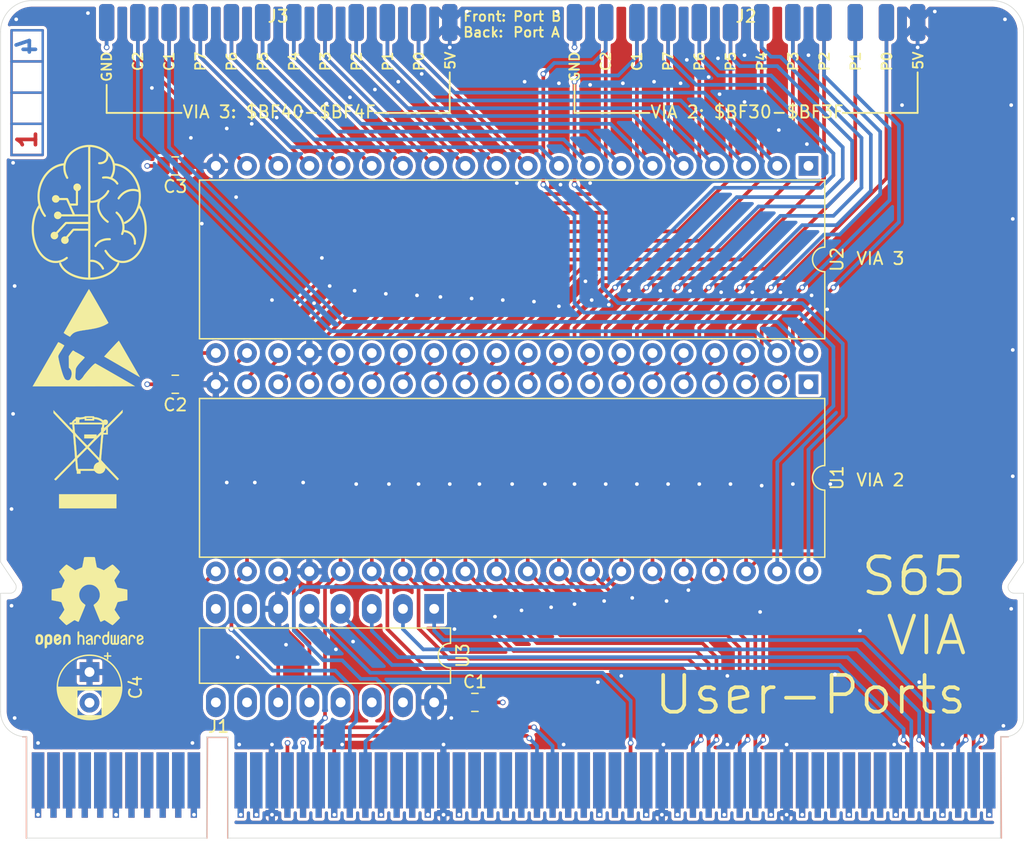
<source format=kicad_pcb>
(kicad_pcb (version 20240108) (generator "pcbnew") (generator_version "8.0")
  (layers (0 "F.Cu" signal) (1 "In1.Cu" power) (2 "In2.Cu" power) (31 "B.Cu" signal) (34 "B.Paste" user) (35 "F.Paste" user) (36 "B.SilkS" user "B.Silkscreen") (37 "F.SilkS" user "F.Silkscreen") (38 "B.Mask" user) (39 "F.Mask" user) (44 "Edge.Cuts" user))
  (net 0 "")
  (net 1 "+5V")
  (net 2 "GND")
  (net 5 "+9V")
  (net 6 "/D1")
  (net 9 "/~{IRQ_1}")
  (net 12 "/D6")
  (net 15 "/A4")
  (net 20 "/~{RES}")
  (net 27 "/D3")
  (net 30 "/D7")
  (net 32 "/A7")
  (net 33 "/A5")
  (net 34 "/D2")
  (net 36 "/A2")
  (net 37 "/~{IO}")
  (net 38 "/A3")
  (net 39 "/CLK")
  (net 46 "/A1")
  (net 53 "/D4")
  (net 57 "/~{IRQ_2}")
  (net 58 "/R{slash}~{W}")
  (net 60 "/A0")
  (net 63 "/D5")
  (net 68 "/D0")
  (net 70 "/A6")
  (net 75 "Net-(J2-Pin_10)")
  (net 76 "Net-(J2-Pin_19)")
  (net 77 "Net-(J2-Pin_18)")
  (net 78 "Net-(J2-Pin_11)")
  (net 79 "Net-(J2-Pin_5)")
  (net 80 "Net-(J2-Pin_9)")
  (net 81 "Net-(J2-Pin_3)")
  (net 82 "Net-(J2-Pin_22)")
  (net 83 "Net-(J2-Pin_4)")
  (net 84 "Net-(J2-Pin_13)")
  (net 85 "Net-(J2-Pin_7)")
  (net 86 "Net-(J2-Pin_21)")
  (net 87 "Net-(J2-Pin_16)")
  (net 88 "Net-(J2-Pin_20)")
  (net 89 "Net-(J2-Pin_15)")
  (net 90 "Net-(J2-Pin_12)")
  (net 91 "Net-(J2-Pin_8)")
  (net 92 "Net-(J2-Pin_17)")
  (net 93 "Net-(J2-Pin_14)")
  (net 94 "Net-(J2-Pin_6)")
  (net 95 "Net-(J3-Pin_19)")
  (net 96 "Net-(J3-Pin_18)")
  (net 97 "Net-(J3-Pin_16)")
  (net 98 "Net-(J3-Pin_13)")
  (net 99 "Net-(J3-Pin_15)")
  (net 100 "Net-(J3-Pin_21)")
  (net 101 "Net-(J3-Pin_14)")
  (net 102 "Net-(J3-Pin_12)")
  (net 103 "Net-(J3-Pin_3)")
  (net 104 "Net-(J3-Pin_17)")
  (net 105 "Net-(J3-Pin_8)")
  (net 106 "Net-(J3-Pin_22)")
  (net 107 "Net-(J3-Pin_6)")
  (net 108 "Net-(J3-Pin_11)")
  (net 109 "Net-(J3-Pin_9)")
  (net 110 "Net-(J3-Pin_7)")
  (net 111 "Net-(J3-Pin_10)")
  (net 112 "Net-(J3-Pin_20)")
  (net 113 "Net-(J3-Pin_5)")
  (net 114 "Net-(J3-Pin_4)")
  (net 115 "/PORT_48")
  (net 116 "/PORT_64")
  (footprint "Capacitor_SMD:C_0805_2012Metric" (layer "F.Cu") (at 116.84 102.87 180)
    (property "Reference" "C2")
    (property "Value" "100n")
  )
  (footprint "Capacitor_SMD:C_0805_2012Metric" (layer "F.Cu") (at 141.239 128.778)
    (property "Reference" "C1")
    (property "Value" "100n")
  )
  (footprint "Package_DIP:DIP-40_W15.24mm" (layer "F.Cu") (at 168.402 85.085 -90)
    (property "Reference" "U2")
    (property "Value" "W65C22SxP")
  )
  (footprint "Symbol:ESD-Logo_8.9x8mm_SilkScreen" (layer "F.Cu") (at 109.601 99.06)
    (property "Reference" "REF**" (hide yes))
    (property "Value" "ESD-Logo_8.9x8mm_SilkScreen" (hide yes))
  )
  (footprint "Symbol:OSHW-Logo2_9.8x8mm_SilkScreen" (layer "F.Cu") (at 109.855 120.65)
    (property "Reference" "REF**" (hide yes))
    (property "Value" "OSHW-Logo2_9.8x8mm_SilkScreen" (hide yes))
  )
  (footprint "Eigene:logo" (layer "F.Cu") (at 109.855 88.9)
    (property "Reference" "G***" (hide yes))
    (property "Value" "LOGO" (hide yes))
  )
  (footprint "Symbol:WEEE-Logo_5.6x8mm_SilkScreen" (layer "F.Cu") (at 109.728 108.966)
    (property "Reference" "REF**" (hide yes))
    (property "Value" "WEEE-Logo_5.6x8mm_SilkScreen" (hide yes))
  )
  (footprint "Capacitor_SMD:C_0805_2012Metric" (layer "F.Cu") (at 116.84 85.09 180)
    (property "Reference" "C3")
    (property "Value" "100n")
  )
  (footprint "Eigene:ladder_4" (layer "F.Cu") (at 104.775 79.121 90)
    (property "Reference" "Ref**" (hide yes))
    (property "Value" "Val**" (hide yes))
  )
  (footprint "Package_DIP:DIP-16_W7.62mm_LongPads" (layer "F.Cu") (at 137.922 121.158 -90)
    (property "Reference" "U3")
    (property "Value" "74HC138")
  )
  (footprint "Capacitor_THT:CP_Radial_D5.0mm_P2.50mm" (layer "F.Cu") (at 109.855 126.302888 -90)
    (property "Reference" "C4")
    (property "Value" "10µ")
  )
  (footprint "Eigene:Pin_Header_2x12" (layer "F.Cu") (at 163.322 73.406)
    (property "Reference" "J2")
    (property "Value" "Port 1")
  )
  (footprint "Package_DIP:DIP-40_W15.24mm" (layer "F.Cu") (at 168.402 102.87 -90)
    (property "Reference" "U1")
    (property "Value" "W65C22SxP")
  )
  (footprint "Eigene:Pin_Header_2x12" (layer "F.Cu") (at 125.222 73.406)
    (property "Reference" "J3")
    (property "Value" "Port 2")
  )
  (footprint "Connector_PCBEdge:BUS_PCI" (layer "B.Cu") (at 144.394 136.458 180)
    (property "Reference" "J1")
    (property "Value" "Bus_PCI_6502")
  )
  (gr_line (start 139.192 80.772) (end 133.096 80.772) (stroke (width 0.15)) (layer "F.SilkS"))
  (gr_line (start 177.292 80.772) (end 171.196 80.772) (stroke (width 0.15)) (layer "F.SilkS"))
  (gr_line (start 149.352 78.486) (end 149.352 80.772) (stroke (width 0.15)) (layer "F.SilkS"))
  (gr_line (start 177.292 77.47) (end 177.292 80.772) (stroke (width 0.15)) (layer "F.SilkS"))
  (gr_line (start 149.352 80.772) (end 155.448 80.772) (stroke (width 0.15)) (layer "F.SilkS"))
  (gr_line (start 111.252 78.486) (end 111.252 80.772) (stroke (width 0.15)) (layer "F.SilkS"))
  (gr_line (start 139.192 77.47) (end 139.192 80.772) (stroke (width 0.15)) (layer "F.SilkS"))
  (gr_line (start 111.252 80.772) (end 117.348 80.772) (stroke (width 0.15)) (layer "F.SilkS"))
  (gr_line (start 121.158 139.827) (end 184.023 139.827) (stroke (width 0.05)) (layer "Edge.Cuts"))
  (gr_line (start 102.616 117.348) (end 102.616 74.168) (stroke (width 0.05)) (layer "Edge.Cuts"))
  (gr_line (start 104.648 131.572) (end 104.775 131.572) (stroke (width 0.05)) (layer "Edge.Cuts"))
  (gr_line (start 185.928 119.888) (end 185.166 119.888) (stroke (width 0.05)) (layer "Edge.Cuts"))
  (gr_line (start 103.378 119.888) (end 102.616 119.888) (stroke (width 0.05)) (layer "Edge.Cuts"))
  (gr_line (start 102.616 117.348) (end 103.832369 119.152815) (stroke (width 0.05)) (layer "Edge.Cuts"))
  (gr_line (start 104.775 131.572) (end 104.775 139.827) (stroke (width 0.05)) (layer "Edge.Cuts"))
  (gr_line (start 185.928 119.888) (end 185.928 130.048) (stroke (width 0.05)) (layer "Edge.Cuts"))
  (gr_line (start 184.023 131.572) (end 184.404 131.572) (stroke (width 0.05)) (layer "Edge.Cuts"))
  (gr_line (start 105.156 71.628) (end 183.388 71.628) (stroke (width 0.05)) (layer "Edge.Cuts"))
  (gr_line (start 119.38 131.572) (end 121.158 131.572) (stroke (width 0.05)) (layer "Edge.Cuts"))
  (gr_arc (start 185.166 119.888) (mid 184.733869 119.647071) (end 184.711631 119.152815) (stroke (width 0.05)) (layer "Edge.Cuts"))
  (gr_line (start 184.023 139.827) (end 184.023 131.572) (stroke (width 0.05)) (layer "Edge.Cuts"))
  (gr_arc (start 103.832369 119.152815) (mid 103.810131 119.647071) (end 103.378 119.888) (stroke (width 0.05)) (layer "Edge.Cuts"))
  (gr_line (start 119.38 139.827) (end 119.38 131.572) (stroke (width 0.05)) (layer "Edge.Cuts"))
  (gr_line (start 102.616 129.54) (end 102.616 119.888) (stroke (width 0.05)) (layer "Edge.Cuts"))
  (gr_line (start 184.711631 119.152815) (end 185.928 117.348) (stroke (width 0.05)) (layer "Edge.Cuts"))
  (gr_arc (start 102.616 74.168) (mid 103.359949 72.371949) (end 105.156 71.628) (stroke (width 0.05)) (layer "Edge.Cuts"))
  (gr_line (start 121.158 131.572) (end 121.158 139.827) (stroke (width 0.05)) (layer "Edge.Cuts"))
  (gr_line (start 104.775 139.827) (end 119.38 139.827) (stroke (width 0.05)) (layer "Edge.Cuts"))
  (gr_arc (start 185.928 130.048) (mid 185.481631 131.125631) (end 184.404 131.572) (stroke (width 0.05)) (layer "Edge.Cuts"))
  (gr_arc (start 183.388 71.628) (mid 185.184051 72.371949) (end 185.928 74.168) (stroke (width 0.05)) (layer "Edge.Cuts"))
  (gr_arc (start 104.648 131.572) (mid 103.211159 130.976841) (end 102.616 129.54) (stroke (width 0.05)) (layer "Edge.Cuts"))
  (gr_line (start 185.928 117.348) (end 185.928 74.168) (stroke (width 0.05)) (layer "Edge.Cuts"))
  (gr_text "VIA 3" (at 172.212 93.218 0) (layer "F.SilkS") (effects (font (size 1 1)) (justify left bottom)))
  (gr_text "Port B\nPort A" (at 144.272 74.676 0) (layer "F.SilkS") (effects (font (size 0.8 0.8) (thickness 0.15) (bold yes)) (justify left bottom)))
  (gr_text "Front:\nBack:" (at 140.208 74.676 0) (layer "F.SilkS") (effects (font (size 0.8 0.8) (thickness 0.15) (bold yes)) (justify left bottom)))
  (gr_text "VIA 2" (at 172.212 111.252 0) (layer "F.SilkS") (effects (font (size 1 1)) (justify left bottom)))
  (gr_text "S65\nVIA\nUser-Ports" (at 181.483 129.921 0) (layer "F.SilkS") (effects (font (size 3 3) (thickness 0.3)) (justify right bottom)))
  (gr_text "VIA 3: $BF40-$BF4F" (at 117.348 81.28 0) (layer "F.SilkS") (effects (font (size 1 1)) (justify left bottom)))
  (gr_text "GND\n\nC2\n\nC1\n\nP7\n\nP6\n\nP5\n\nP4\n\nP3\n\nP2\n\nP1\n\nP0\n\n5V" (at 139.7 75.692 90) (layer "F.SilkS") (effects (font (size 0.79 0.8) (thickness 0.15) (bold yes)) (justify right bottom)))
  (gr_text "VIA 2: $BF30-$BF3F" (at 155.448 81.28 0) (layer "F.SilkS") (effects (font (size 1 1)) (justify left bottom)))
  (gr_text "GND\n\nC2\n\nC1\n\nP7\n\nP6\n\nP5\n\nP4\n\nP3\n\nP2\n\nP1\n\nP0\n\n5V" (at 177.8 75.692 90) (layer "F.SilkS") (effects (font (size 0.79 0.8) (thickness 0.15) (bold yes)) (justify right bottom)))
  (segment (start 140.289 128.778) (end 137.922 128.778) (width 0.3) (layer "F.Cu") (net 1))
  (segment (start 117.79 102.87) (end 120.142 102.87) (width 0.3) (layer "F.Cu") (net 1))
  (segment (start 139.192 73.406) (end 139.192 75.438) (width 0.3) (layer "F.Cu") (net 1))
  (segment (start 117.79 85.09) (end 120.137 85.09) (width 0.3) (layer "F.Cu") (net 1))
  (segment (start 177.292 73.406) (end 177.292 75.438) (width 0.3) (layer "F.Cu") (net 1))
  (segment (start 120.137 85.09) (end 120.142 85.085) (width 0.3) (layer "F.Cu") (net 1))
  (via (at 177.419 127.127) (size 0.46) (drill 0.3) (layers "F.Cu" "B.Cu") (net 1))
  (via (at 140.589 72.517) (size 0.46) (drill 0.3) (layers "F.Cu" "B.Cu") (net 1))
  (via (at 134.239 110.998) (size 0.46) (drill 0.3) (layers "F.Cu" "B.Cu") (net 1))
  (via (at 152.146 96.393) (size 0.46) (drill 0.3) (layers "F.Cu" "B.Cu") (net 1))
  (via (at 163.83 95.377) (size 0.46) (drill 0.3) (layers "F.Cu" "B.Cu") (net 1))
  (via (at 179.324 132.207) (size 0.46) (drill 0.3) (layers "F.Cu" "B.Cu") (net 1))
  (via (at 167.132 110.998) (size 0.46) (drill 0.3) (layers "F.Cu" "B.Cu") (net 1))
  (via (at 143.51 96.012) (size 0.46) (drill 0.3) (layers "F.Cu" "B.Cu") (net 1))
  (via (at 156.845 120.523) (size 0.46) (drill 0.3) (layers "F.Cu" "B.Cu") (net 1))
  (via (at 161.798 132.207) (size 0.46) (drill 0.3) (layers "F.Cu" "B.Cu") (net 1))
  (via (at 133.096 78.867) (size 0.46) (drill 0.3) (layers "F.Cu" "B.Cu") (net 1))
  (via (at 166.116 95.377) (size 0.46) (drill 0.3) (layers "F.Cu" "B.Cu") (net 1))
  (via (at 122.047 132.207) (size 0.46) (drill 0.3) (layers "F.Cu" "B.Cu") (net 1))
  (via (at 124.714 96.012) (size 0.46) (drill 0.3) (layers "F.Cu" "B.Cu") (net 1))
  (via (at 161.29 95.377) (size 0.46) (drill 0.3) (layers "F.Cu" "B.Cu") (net 1))
  (via (at 121.793 87.63) (size 0.46) (drill 0.3) (layers "F.Cu" "B.Cu") (net 1))
  (via (at 125.857 124.079) (size 0.46) (drill 0.3) (layers "F.Cu" "B.Cu") (net 1))
  (via (at 129.159 80.01) (size 0.46) (drill 0.3) (layers "F.Cu" "B.Cu") (net 1))
  (via (at 168.275 83.312) (size 0.46) (drill 0.3) (layers "F.Cu" "B.Cu") (net 1))
  (via (at 148.209 86.614) (size 0.46) (drill 0.3) (layers "F.Cu" "B.Cu") (net 1))
  (via (at 168.402 76.073) (size 0.46) (drill 0.3) (layers "F.Cu" "B.Cu") (net 1))
  (via (at 130.429 132.207) (size 0.46) (drill 0.3) (layers "F.Cu" "B.Cu") (net 1))
  (via (at 185.039 110.363) (size 0.46) (drill 0.3) (layers "F.Cu" "B.Cu") (net 1))
  (via (at 158.623 119.634) (size 0.46) (drill 0.3) (layers "F.Cu" "B.Cu") (net 1))
  (via (at 149.352 120.777) (size 0.46) (drill 0.3) (layers "F.Cu" "B.Cu") (net 1))
  (via (at 118.237 132.08) (size 0.46) (drill 0.3) (layers "F.Cu" "B.Cu") (net 1))
  (via (at 148.082 78.359) (size 0.46) (drill 0.3) (layers "F.Cu" "B.Cu") (net 1))
  (via (at 170.561 126.492) (size 0.46) (drill 0.3) (layers "F.Cu" "B.Cu") (net 1))
  (via (at 146.05 96.139) (size 0.46) (drill 0.3) (layers "F.Cu" "B.Cu") (net 1))
  (via (at 140.97 95.885) (size 0.46) (drill 0.3) (layers "F.Cu" "B.Cu") (net 1))
  (via (at 175.387 132.207) (size 0.46) (drill 0.3) (layers "F.Cu" "B.Cu") (net 1))
  (via (at 105.664 132.08) (size 0.46) (drill 0.3) (layers "F.Cu" "B.Cu") (net 1))
  (via (at 150.622 78.486) (size 0.46) (drill 0.3) (layers "F.Cu" "B.Cu") (net 1))
  (via (at 148.463 132.207) (size 0.46) (drill 0.3) (layers "F.Cu" "B.Cu") (net 1))
  (via (at 136.652 110.998) (size 0.46) (drill 0.3) (layers "F.Cu" "B.Cu") (net 1))
  (via (at 161.036 76.327) (size 0.46) (drill 0.3) (layers "F.Cu" "B.Cu") (net 1))
  (via (at 139.192 75.438) (size 0.46) (drill 0.3) (layers "F.Cu" "B.Cu") (net 1))
  (via (at 161.163 79.248) (size 0.46) (drill 0.3) (layers "F.Cu" "B.Cu") (net 1))
  (via (at 170.18 110.998) (size 0.46) (drill 0.3) (layers "F.Cu" "B.Cu") (net 1))
  (via (at 136.906 77.597) (size 0.46) (drill 0.3) (layers "F.Cu" "B.Cu") (net 1))
  (via (at 123.317 110.871) (size 0.46) (drill 0.3) (layers "F.Cu" "B.Cu") (net 1))
  (via (at 157.988 78.359) (size 0.46) (drill 0.3) (layers "F.Cu" "B.Cu") (net 1))
  (via (at 154.432 110.998) (size 0.46) (drill 0.3) (layers "F.Cu" "B.Cu") (net 1))
  (via (at 103.632 84.836) (size 0.46) (drill 0.3) (layers "F.Cu" "B.Cu") (net 1))
  (via (at 159.512 110.998) (size 0.46) (drill 0.3) (layers "F.Cu" "B.Cu") (net 1))
  (via (at 158.496 76.454) (size 0.46) (drill 0.3) (layers "F.Cu" "B.Cu") (net 1))
  (via (at 150.241 94.488) (size 0.46) (drill 0.3) (layers "F.Cu" "B.Cu") (net 1))
  (via (at 131.318 123.825) (size 0.46) (drill 0.3) (layers "F.Cu" "B.Cu") (net 1))
  (via (at 147.447 121.031) (size 0.46) (drill 0.3) (layers "F.Cu" "B.Cu") (net 1))
  (via (at 156.591 132.207) (size 0.46) (drill 0.3) (layers "F.Cu" "B.Cu") (net 1))
  (via (at 118.999 89.789) (size 0.46) (drill 0.3) (layers "F.Cu" "B.Cu") (net 1))
  (via (at 163.195 76.073) (size 0.46) (drill 0.3) (layers "F.Cu" "B.Cu") (net 1))
  (via (at 123.063 81.661) (size 0.46) (drill 0.3) (layers "F.Cu" "B.Cu") (net 1))
  (via (at 109.728 72.644) (size 0.46) (drill 0.3) (layers "F.Cu" "B.Cu") (net 1))
  (via (at 169.926 96.774) (size 0.46) (drill 0.3) (layers "F.Cu" "B.Cu") (net 1))
  (via (at 131.445 95.25) (size 0.46) (drill 0.3) (layers "F.Cu" "B.Cu") (net 1))
  (via (at 127.254 110.871) (size 0.46) (drill 0.3) (layers "F.Cu" "B.Cu") (net 1))
  (via (at 131.064 79.502) (size 0.46) (drill 0.3) (layers "F.Cu" "B.Cu") (net 1))
  (via (at 131.572 110.998) (size 0.46) (drill 0.3) (layers "F.Cu" "B.Cu") (net 1))
  (via (at 129.413 94.869) (size 0.46) (drill 0.3) (layers "F.Cu" "B.Cu") (net 1))
  (via (at 158.75 95.25) (size 0.46) (drill 0.3) (layers "F.Cu" "B.Cu") (net 1))
  (via (at 103.759 130.048) (size 0.46) (drill 0.3) (layers "F.Cu" "B.Cu") (net 1))
  (via (at 128.778 92.583) (size 0.46) (drill 0.3) (layers "F.Cu" "B.Cu") (net 1))
  (via (at 164.465 121.412) (size 0.46) (drill 0.3) (layers "F.Cu" "B.Cu") (net 1))
  (via (at 151.257 127.127) (size 0.46) (drill 0.3) (layers "F.Cu" "B.Cu") (net 1))
  (via (at 146.939 110.998) (size 0.46) (drill 0.3) (layers "F.Cu" "B.Cu") (net 1))
  (via (at 103.505 120.904) (size 0.46) (drill 0.3) (layers "F.Cu" "B.Cu") (net 1))
  (via (at 145.288 78.232) (size 0.46) (drill 0.3) (layers "F.Cu" "B.Cu") (net 1))
  (via (at 136.525 95.631) (size 0.46) (drill 0.3) (layers "F.Cu" "B.Cu") (net 1))
  (via (at 184.277 130.683) (size 0.46) (drill 0.3) (layers "F.Cu" "B.Cu") (net 1))
  (via (at 142.875 121.793) (size 0.46) (drill 0.3) (layers "F.Cu" "B.Cu") (net 1))
  (via (at 185.039 89.408) (size 0.46) (drill 0.3) (layers "F.Cu" "B.Cu") (net 1))
  (via (at 156.337 95.25) (size 0.46) (drill 0.3) (layers "F.Cu" "B.Cu") (net 1))
  (via (at 164.592 111.125) (size 0.46) (drill 0.3) (layers "F.Cu" "B.Cu") (net 1))
  (via (at 129.921 124.46) (size 0.46) (drill 0.3) (layers "F.Cu" "B.Cu") (net 1))
  (via (at 155.829 78.232) (size 0.46) (drill 0.3) (layers "F.Cu" "B.Cu") (net 1))
  (via (at 148.082 96.52) (size 0.46) (drill 0.3) (layers "F.Cu" "B.Cu") (net 1))
  (via (at 125.095 81.153) (size 0.46) (drill 0.3) (layers "F.Cu" "B.Cu") (net 1))
  (via (at 163.195 79.883) (size 0.46) (drill 0.3) (layers "F.Cu" "B.Cu") (net 1))
  (via (at 103.759 94.869) (size 0.46) (drill 0.3) (layers "F.Cu" "B.Cu") (net 1))
  (via (at 184.404 73.152) (size 0.46) (drill 0.3) (layers "F.Cu" "B.Cu") (net 1))
  (via (at 138.684 137.922) (size 0.46) (drill 0.3) (layers "F.Cu" "B.Cu") (net 1))
  (via (at 139.192 110.998) (size 0.46) (drill 0.3) (layers "F.Cu" "B.Cu") (net 1))
  (via (at 153.162 126.619) (size 0.46) (drill 0.3) (layers "F.Cu" "B.Cu") (net 1))
  (via (at 127.127 80.645) (size 0.46) (drill 0.3) (layers "F.Cu" "B.Cu") (net 1))
  (via (at 124.714 137.922) (size 0.46) (drill 0.3) (layers "F.Cu" "B.Cu") (net 1))
  (via (at 184.912 121.158) (size 0.46) (drill 0.3) (layers "F.Cu" "B.Cu") (net 1))
  (via (at 121.031 82.042) (size 0.46) (drill 0.3) (layers "F.Cu" "B.Cu") (net 1))
  (via (at 153.797 95.25) (size 0.46) (drill 0.3) (layers "F.Cu" "B.Cu") (net 1))
  (via (at 161.798 126.619) (size 0.46) (drill 0.3) (layers "F.Cu" "B.Cu") (net 1))
  (via (at 118.11 82.804) (size 0.46) (drill 0.3) (layers "F.Cu" "B.Cu") (net 1))
  (via (at 103.505 113.03) (size 0.46) (drill 0.3) (layers "F.Cu" "B.Cu") (net 1))
  (via (at 177.292 75.438) (size 0.46) (drill 0.3) (layers "F.Cu" "B.Cu") (net 1))
  (via (at 128.143 96.266) (size 0.46) (drill 0.3) (layers "F.Cu" "B.Cu") (net 1))
  (via (at 184.912 80.137) (size 0.46) (drill 0.3) (layers "F.Cu" "B.Cu") (net 1))
  (via (at 135.001 78.232) (size 0.46) (drill 0.3) (layers "F.Cu" "B.Cu") (net 1))
  (via (at 114.935 78.74) (size 0.46) (drill 0.3) (layers "F.Cu" "B.Cu") (net 1))
  (via (at 185.039 100.076) (size 0.46) (drill 0.3) (layers "F.Cu" "B.Cu") (net 1))
  (via (at 151.892 110.998) (size 0.46) (drill 0.3) (layers "F.Cu" "B.Cu") (net 1))
  (via (at 139.319 130.048) (size 0.46) (drill 0.3) (layers "F.Cu" "B.Cu") (net 1))
  (via (at 138.43 95.758) (size 0.46) (drill 0.3) (layers "F.Cu" "B.Cu") (net 1))
  (via (at 151.765 120.523) (size 0.46) (drill 0.3) (layers "F.Cu" "B.Cu") (net 1))
  (via (at 144.272 110.998) (size 0.46) (drill 0.3) (layers "F.Cu" "B.Cu") (net 1))
  (via (at 166.624 137.922) (size 0.46) (drill 0.3) (layers "F.Cu" "B.Cu") (net 1))
  (via (at 154.051 120.269) (size 0.46) (drill 0.3) (layers "F.Cu" "B.Cu") (net 1))
  (via (at 172.593 122.936) (size 0.46) (drill 0.3) (layers "F.Cu" "B.Cu") (net 1))
  (via (at 103.632 105.283) (size 0.46) (drill 0.3) (layers "F.Cu" "B.Cu") (net 1))
  (via (at 160.274 77.851) (size 0.46) (drill 0.3) (layers "F.Cu" "B.Cu") (net 1))
  (via (at 149.352 110.998) (size 0.46) (drill 0.3) (layers "F.Cu" "B.Cu") (net 1))
  (via (at 176.022 80.137) (size 0.46) (drill 0.3) (layers "F.Cu" "B.Cu") (net 1))
  (via (at 138.684 132.207) (size 0.46) (drill 0.3) (layers "F.Cu" "B.Cu") (net 1))
  (via (at 156.464 137.922) (size 0.46) (drill 0.3) (layers "F.Cu" "B.Cu") (net 1))
  (via (at 156.972 110.998) (size 0.46) (drill 0.3) (layers "F.Cu" "B.Cu") (net 1))
  (via (at 121.92 125.095) (size 0.46) (drill 0.3) (layers "F.Cu" "B.Cu") (net 1))
  (via (at 144.653 86.487) (size 0.46) (drill 0.3) (layers "F.Cu" "B.Cu") (net 1))
  (via (at 162.052 110.998) (size 0.46) (drill 0.3) (layers "F.Cu" "B.Cu") (net 1))
  (via (at 168.656 95.631) (size 0.46) (drill 0.3) (layers "F.Cu" "B.Cu") (net 1))
  (via (at 147.955 72.517) (size 0.46) (drill 0.3) (layers "F.Cu" "B.Cu") (net 1))
  (via (at 145.034 121.285) (size 0.46) (drill 0.3) (layers "F.Cu" "B.Cu") (net 1))
  (via (at 150.622 86.487) (size 0.46) (drill 0.3) (layers "F.Cu" "B.Cu") (net 1))
  (via (at 165.989 82.169) (size 0.46) (drill 0.3) (layers "F.Cu" "B.Cu") (net 1))
  (via (at 133.985 95.504) (size 0.46) (drill 0.3) (layers "F.Cu" "B.Cu") (net 1))
  (via (at 124.714 132.207) (size 0.46) (drill 0.3) (layers "F.Cu" "B.Cu") (net 1))
  (via (at 139.573 122.809) (size 0.46) (drill 0.3) (layers "F.Cu" "B.Cu") (net 1))
  (via (at 103.886 73.152) (size 0.46) (drill 0.3) (layers "F.Cu" "B.Cu") (net 1))
  (via (at 178.689 72.517) (size 0.46) (drill 0.3) (layers "F.Cu" "B.Cu") (net 1))
  (via (at 150.749 96.012) (size 0.46) (drill 0.3) (layers "F.Cu" "B.Cu") (net 1))
  (via (at 141.605 110.998) (size 0.46) (drill 0.3) (layers "F.Cu" "B.Cu") (net 1))
  (via (at 166.624 132.207) (size 0.46) (drill 0.3) (layers "F.Cu" "B.Cu") (net 1))
  (via (at 121.031 110.871) (size 0.46) (drill 0.3) (layers "F.Cu" "B.Cu") (net 1))
  (via (at 153.289 78.359) (size 0.46) (drill 0.3) (layers "F.Cu" "B.Cu") (net 1))
  (segment (start 139.192 75.438) (end 139.192 73.406) (width 0.3) (layer "B.Cu") (net 1))
  (segment (start 177.292 75.438) (end 177.292 73.406) (width 0.3) (layer "B.Cu") (net 1))
  (segment (start 115.89 102.87) (end 114.554 102.87) (width 0.3) (layer "F.Cu") (net 2))
  (segment (start 128.514 132.344) (end 128.778 132.08) (width 0.3) (layer "F.Cu") (net 2))
  (segment (start 129.54 132.08) (end 129.784 132.324) (width 0.3) (layer "F.Cu") (net 2))
  (segment (start 115.89 85.09) (end 114.554 85.09) (width 0.3) (layer "F.Cu") (net 2))
  (segment (start 142.189 128.778) (end 143.51 128.778) (width 0.3) (layer "F.Cu") (net 2))
  (segment (start 128.778 132.08) (end 129.54 132.08) (width 0.3) (layer "F.Cu") (net 2))
  (segment (start 125.974 135.128) (end 125.974 132.09) (width 0.3) (layer "F.Cu") (net 2))
  (segment (start 128.514 135.128) (end 128.514 132.344) (width 0.3) (layer "F.Cu") (net 2))
  (segment (start 111.252 73.406) (end 111.252 75.438) (width 0.3) (layer "F.Cu") (net 2))
  (segment (start 125.974 132.09) (end 125.984 132.08) (width 0.3) (layer "F.Cu") (net 2))
  (segment (start 129.784 132.324) (end 129.784 135.128) (width 0.3) (layer "F.Cu") (net 2))
  (segment (start 149.352 73.406) (end 149.352 75.438) (width 0.3) (layer "F.Cu") (net 2))
  (via (at 167.894 137.922) (size 0.46) (drill 0.3) (layers "F.Cu" "B.Cu") (net 2))
  (via (at 179.324 137.922) (size 0.46) (drill 0.3) (layers "F.Cu" "B.Cu") (net 2))
  (via (at 157.734 137.922) (size 0.46) (drill 0.3) (layers "F.Cu" "B.Cu") (net 2))
  (via (at 114.554 85.09) (size 0.46) (drill 0.3) (layers "F.Cu" "B.Cu") (net 2))
  (via (at 139.954 137.922) (size 0.46) (drill 0.3) (layers "F.Cu" "B.Cu") (net 2))
  (via (at 112.014 137.922) (size 0.46) (drill 0.3) (layers "F.Cu" "B.Cu") (net 2))
  (via (at 118.364 137.922) (size 0.46) (drill 0.3) (layers "F.Cu" "B.Cu") (net 2))
  (via (at 125.984 132.08) (size 0.46) (drill 0.3) (layers "F.Cu" "B.Cu") (net 2))
  (via (at 143.51 128.778) (size 0.46) (drill 0.3) (layers "F.Cu" "B.Cu") (net 2))
  (via (at 155.194 137.922) (size 0.46) (drill 0.3) (layers "F.Cu" "B.Cu") (net 2))
  (via (at 175.514 137.922) (size 0.46) (drill 0.3) (layers "F.Cu" "B.Cu") (net 2))
  (via (at 114.554 102.87) (size 0.46) (drill 0.3) (layers "F.Cu" "B.Cu") (net 2))
  (via (at 123.444 137.922) (size 0.46) (drill 0.3) (layers "F.Cu" "B.Cu") (net 2))
  (via (at 105.664 137.922) (size 0.46) (drill 0.3) (layers "F.Cu" "B.Cu") (net 2))
  (via (at 137.414 137.922) (size 0.46) (drill 0.3) (layers "F.Cu" "B.Cu") (net 2))
  (via (at 127.254 132.08) (size 0.46) (drill 0.3) (layers "F.Cu" "B.Cu") (net 2))
  (via (at 165.354 137.922) (size 0.46) (drill 0.3) (layers "F.Cu" "B.Cu") (net 2))
  (via (at 133.604 137.922) (size 0.46) (drill 0.3) (layers "F.Cu" "B.Cu") (net 2))
  (via (at 171.704 137.922) (size 0.46) (drill 0.3) (layers "F.Cu" "B.Cu") (net 2))
  (via (at 161.544 137.922) (size 0.46) (drill 0.3) (layers "F.Cu" "B.Cu") (net 2))
  (via (at 183.134 137.922) (size 0.46) (drill 0.3) (layers "F.Cu" "B.Cu") (net 2))
  (via (at 129.794 137.922) (size 0.46) (drill 0.3) (layers "F.Cu" "B.Cu") (net 2))
  (via (at 111.252 75.438) (size 0.46) (drill 0.3) (layers "F.Cu" "B.Cu") (net 2))
  (via (at 151.384 137.922) (size 0.46) (drill 0.3) (layers "F.Cu" "B.Cu") (net 2))
  (via (at 149.352 75.438) (size 0.46) (drill 0.3) (layers "F.Cu" "B.Cu") (net 2))
  (segment (start 149.352 75.438) (end 149.352 73.406) (width 0.3) (layer "B.Cu") (net 2))
  (segment (start 127.244 135.128) (end 127.244 132.09) (width 0.3) (layer "B.Cu") (net 2))
  (segment (start 111.252 75.438) (end 111.252 73.406) (width 0.3) (layer "B.Cu") (net 2))
  (segment (start 127.244 132.09) (end 127.254 132.08) (width 0.3) (layer "B.Cu") (net 2))
  (via (at 122.174 137.922) (size 0.46) (drill 0.3) (layers "F.Cu" "B.Cu") (net 5))
  (segment (start 162.814 122.047) (end 152.019 122.047) (width 0.3) (layer "F.Cu") (net 6))
  (segment (start 164.074 123.307) (end 162.814 122.047) (width 0.3) (layer "F.Cu") (net 6))
  (segment (start 164.074 135.128) (end 164.074 123.307) (width 0.3) (layer "F.Cu") (net 6))
  (segment (start 152.019 122.047) (end 148.082 118.11) (width 0.3) (layer "F.Cu") (net 6))
  (segment (start 146.812 102.108) (end 148.082 100.838) (width 0.3) (layer "F.Cu") (net 6))
  (segment (start 148.082 100.838) (end 148.082 100.325) (width 0.3) (layer "F.Cu") (net 6))
  (segment (start 148.082 118.11) (end 148.082 105.156) (width 0.3) (layer "F.Cu") (net 6))
  (segment (start 148.082 105.156) (end 146.812 103.886) (width 0.3) (layer "F.Cu") (net 6))
  (segment (start 146.812 103.886) (end 146.812 102.108) (width 0.3) (layer "F.Cu") (net 6))
  (segment (start 120.142 118.11) (end 118.11 120.142) (width 0.3) (layer "F.Cu") (net 9))
  (segment (start 124.714 130.81) (end 129.032 130.81) (width 0.3) (layer "F.Cu") (net 9))
  (segment (start 123.952 130.048) (end 124.206 130.302) (width 0.3) (layer "F.Cu") (net 9))
  (segment (start 118.11 122.809) (end 119.126 123.825) (width 0.3) (layer "F.Cu") (net 9))
  (segment (start 121.666 123.825) (end 123.952 126.111) (width 0.3) (layer "F.Cu") (net 9))
  (segment (start 123.952 126.111) (end 123.952 130.048) (width 0.3) (layer "F.Cu") (net 9))
  (segment (start 119.126 123.825) (end 120.015 123.825) (width 0.3) (layer "F.Cu") (net 9))
  (segment (start 124.206 130.302) (end 124.714 130.81) (width 0.3) (layer "F.Cu") (net 9))
  (segment (start 120.015 123.825) (end 121.666 123.825) (width 0.3) (layer "F.Cu") (net 9))
  (segment (start 129.032 130.81) (end 146.05 130.81) (width 0.3) (layer "F.Cu") (net 9))
  (segment (start 118.11 120.142) (end 118.11 122.809) (width 0.3) (layer "F.Cu") (net 9))
  (via (at 146.05 130.81) (size 0.46) (drill 0.3) (layers "F.Cu" "B.Cu") (net 9))
  (segment (start 147.564 132.324) (end 147.564 135.128) (width 0.3) (layer "B.Cu") (net 9))
  (segment (start 146.05 130.81) (end 147.564 132.324) (width 0.3) (layer "B.Cu") (net 9))
  (segment (start 135.382 118.11) (end 136.652 119.38) (width 0.3) (layer "F.Cu") (net 12))
  (segment (start 135.382 105.156) (end 134.112 103.886) (width 0.3) (layer "F.Cu") (net 12))
  (segment (start 136.652 119.38) (end 136.652 122.7455) (width 0.3) (layer "F.Cu") (net 12))
  (segment (start 139.1285 125.222) (end 158.623 125.222) (width 0.3) (layer "F.Cu") (net 12))
  (segment (start 136.652 122.7455) (end 139.1285 125.222) (width 0.3) (layer "F.Cu") (net 12))
  (segment (start 158.623 125.222) (end 159.639 126.238) (width 0.3) (layer "F.Cu") (net 12))
  (segment (start 135.382 100.838) (end 135.382 100.325) (width 0.3) (layer "F.Cu") (net 12))
  (segment (start 159.639 126.238) (end 159.639 131.826) (width 0.3) (layer "F.Cu") (net 12))
  (segment (start 135.382 118.11) (end 135.382 105.156) (width 0.3) (layer "F.Cu") (net 12))
  (segment (start 134.112 103.886) (end 134.112 102.108) (width 0.3) (layer "F.Cu") (net 12))
  (segment (start 134.112 102.108) (end 135.382 100.838) (width 0.3) (layer "F.Cu") (net 12))
  (via (at 159.639 131.826) (size 0.46) (drill 0.3) (layers "F.Cu" "B.Cu") (net 12))
  (segment (start 158.994 132.471) (end 159.639 131.826) (width 0.3) (layer "B.Cu") (net 12))
  (segment (start 158.994 135.128) (end 158.994 132.471) (width 0.3) (layer "B.Cu") (net 12))
  (segment (start 137.922 121.158) (end 137.922 122.936) (width 0.3) (layer "B.Cu") (net 15))
  (segment (start 178.044 128.895) (end 178.044 135.128) (width 0.3) (layer "B.Cu") (net 15))
  (segment (start 137.922 122.936) (end 138.684 123.698) (width 0.3) (layer "B.Cu") (net 15))
  (segment (start 172.847 123.698) (end 178.044 128.895) (width 0.3) (layer "B.Cu") (net 15))
  (segment (start 138.684 123.698) (end 172.847 123.698) (width 0.3) (layer "B.Cu") (net 15))
  (segment (start 151.892 103.886) (end 151.892 101.9785) (width 0.3) (layer "F.Cu") (net 20))
  (segment (start 151.892 101.9785) (end 153.162 100.7085) (width 0.3) (layer "F.Cu") (net 20))
  (segment (start 153.162 118.11) (end 153.162 105.156) (width 0.3) (layer "F.Cu") (net 20))
  (segment (start 153.162 105.156) (end 151.892 103.886) (width 0.3) (layer "F.Cu") (net 20))
  (segment (start 153.162 100.7085) (end 153.162 100.325) (width 0.3) (layer "F.Cu") (net 20))
  (segment (start 134.112 127.762) (end 134.112 130.175) (width 0.3) (layer "B.Cu") (net 20))
  (segment (start 128.905 125.349) (end 130.429 125.349) (width 0.3) (layer "B.Cu") (net 20))
  (segment (start 133.215 126.865) (end 134.112 127.762) (width 0.3) (layer "B.Cu") (net 20))
  (segment (start 126.492 122.936) (end 128.905 125.349) (width 0.3) (layer "B.Cu") (net 20))
  (segment (start 132.324 131.963) (end 132.324 135.128) (width 0.3) (layer "B.Cu") (net 20))
  (segment (start 151.892 119.38) (end 127.254 119.38) (width 0.3) (layer "B.Cu") (net 20))
  (segment (start 127.254 119.38) (end 126.492 120.142) (width 0.3) (layer "B.Cu") (net 20))
  (segment (start 126.492 120.142) (end 126.492 122.936) (width 0.3) (layer "B.Cu") (net 20))
  (segment (start 134.112 130.175) (end 132.324 131.963) (width 0.3) (layer "B.Cu") (net 20))
  (segment (start 131.945 126.865) (end 133.215 126.865) (width 0.3) (layer "B.Cu") (net 20))
  (segment (start 130.429 125.349) (end 131.945 126.865) (width 0.3) (layer "B.Cu") (net 20))
  (segment (start 153.162 118.11) (end 151.892 119.38) (width 0.3) (layer "B.Cu") (net 20))
  (segment (start 141.732 102.1055) (end 143.002 100.8355) (width 0.3) (layer "F.Cu") (net 27))
  (segment (start 162.804 124.323) (end 161.798 123.317) (width 0.3) (layer "F.Cu") (net 27))
  (segment (start 162.804 135.128) (end 162.804 124.323) (width 0.3) (layer "F.Cu") (net 27))
  (segment (start 143.002 105.156) (end 141.732 103.886) (width 0.3) (layer "F.Cu") (net 27))
  (segment (start 148.209 123.317) (end 143.002 118.11) (width 0.3) (layer "F.Cu") (net 27))
  (segment (start 143.002 100.8355) (end 143.002 100.325) (width 0.3) (layer "F.Cu") (net 27))
  (segment (start 141.732 103.886) (end 141.732 102.1055) (width 0.3) (layer "F.Cu") (net 27))
  (segment (start 143.002 118.11) (end 143.002 105.156) (width 0.3) (layer "F.Cu") (net 27))
  (segment (start 161.798 123.317) (end 148.209 123.317) (width 0.3) (layer "F.Cu") (net 27))
  (segment (start 134.112 122.809) (end 134.112 119.38) (width 0.3) (layer "F.Cu") (net 30))
  (segment (start 158.994 126.863) (end 158.115 125.984) (width 0.3) (layer "F.Cu") (net 30))
  (segment (start 132.842 105.156) (end 131.572 103.886) (width 0.3) (layer "F.Cu") (net 30))
  (segment (start 158.115 125.984) (end 137.287 125.984) (width 0.3) (layer "F.Cu") (net 30))
  (segment (start 134.112 119.38) (end 132.842 118.11) (width 0.3) (layer "F.Cu") (net 30))
  (segment (start 137.287 125.984) (end 134.112 122.809) (width 0.3) (layer "F.Cu") (net 30))
  (segment (start 132.842 100.8355) (end 132.842 100.325) (width 0.3) (layer "F.Cu") (net 30))
  (segment (start 158.994 135.128) (end 158.994 126.863) (width 0.3) (layer "F.Cu") (net 30))
  (segment (start 131.572 103.886) (end 131.572 102.1055) (width 0.3) (layer "F.Cu") (net 30))
  (segment (start 132.842 118.11) (end 132.842 105.156) (width 0.3) (layer "F.Cu") (net 30))
  (segment (start 131.572 102.1055) (end 132.842 100.8355) (width 0.3) (layer "F.Cu") (net 30))
  (segment (start 176.149 131.826) (end 176.774 132.451) (width 0.3) (layer "F.Cu") (net 32))
  (segment (start 176.774 132.451) (end 176.774 135.128) (width 0.3) (layer "F.Cu") (net 32))
  (via (at 176.149 131.826) (size 0.46) (drill 0.3) (layers "F.Cu" "B.Cu") (net 32))
  (segment (start 176.149 130.937) (end 176.149 131.826) (width 0.3) (layer "B.Cu") (net 32))
  (segment (start 130.302 121.158) (end 130.302 121.539) (width 0.3) (layer "B.Cu") (net 32))
  (segment (start 170.942 125.73) (end 176.149 130.937) (width 0.3) (layer "B.Cu") (net 32))
  (segment (start 130.302 121.539) (end 134.493 125.73) (width 0.3) (layer "B.Cu") (net 32))
  (segment (start 134.493 125.73) (end 170.942 125.73) (width 0.3) (layer "B.Cu") (net 32))
  (segment (start 178.044 132.451) (end 178.044 135.128) (width 0.3) (layer "F.Cu") (net 33))
  (segment (start 177.419 131.826) (end 178.044 132.451) (width 0.3) (layer "F.Cu") (net 33))
  (via (at 177.419 131.826) (size 0.46) (drill 0.3) (layers "F.Cu" "B.Cu") (net 33))
  (segment (start 172.339 124.46) (end 137.033 124.46) (width 0.3) (layer "B.Cu") (net 33))
  (segment (start 137.033 124.46) (end 135.382 122.809) (width 0.3) (layer "B.Cu") (net 33))
  (segment (start 177.419 131.826) (end 177.419 129.54) (width 0.3) (layer "B.Cu") (net 33))
  (segment (start 177.419 129.54) (end 172.339 124.46) (width 0.3) (layer "B.Cu") (net 33))
  (segment (start 135.382 122.809) (end 135.382 121.158) (width 0.3) (layer "B.Cu") (net 33))
  (segment (start 163.449 131.826) (end 163.449 123.825) (width 0.3) (layer "F.Cu") (net 34))
  (segment (start 145.542 118.11) (end 145.542 105.156) (width 0.3) (layer "F.Cu") (net 34))
  (segment (start 163.449 123.825) (end 162.306 122.682) (width 0.3) (layer "F.Cu") (net 34))
  (segment (start 145.542 100.838) (end 145.542 100.325) (width 0.3) (layer "F.Cu") (net 34))
  (segment (start 162.306 122.682) (end 150.114 122.682) (width 0.3) (layer "F.Cu") (net 34))
  (segment (start 150.114 122.682) (end 145.542 118.11) (width 0.3) (layer "F.Cu") (net 34))
  (segment (start 145.542 105.156) (end 144.272 103.886) (width 0.3) (layer "F.Cu") (net 34))
  (segment (start 144.272 102.108) (end 145.542 100.838) (width 0.3) (layer "F.Cu") (net 34))
  (segment (start 144.272 103.886) (end 144.272 102.108) (width 0.3) (layer "F.Cu") (net 34))
  (via (at 163.449 131.826) (size 0.46) (drill 0.3) (layers "F.Cu" "B.Cu") (net 34))
  (segment (start 162.804 132.471) (end 163.449 131.826) (width 0.3) (layer "B.Cu") (net 34))
  (segment (start 162.804 135.128) (end 162.804 132.471) (width 0.3) (layer "B.Cu") (net 34))
  (segment (start 158.242 105.156) (end 156.972 103.886) (width 0.3) (layer "F.Cu") (net 36))
  (segment (start 156.972 103.886) (end 156.972 102.108) (width 0.3) (layer "F.Cu") (net 36))
  (segment (start 158.242 118.11) (end 158.242 105.156) (width 0.3) (layer "F.Cu") (net 36))
  (segment (start 181.2036 131.826) (end 181.2036 124.6124) (width 0.3) (layer "F.Cu") (net 36))
  (segment (start 176.6062 120.015) (end 160.147 120.015) (width 0.3) (layer "F.Cu") (net 36))
  (segment (start 160.147 120.015) (end 158.242 118.11) (width 0.3) (layer "F.Cu") (net 36))
  (segment (start 158.242 100.838) (end 158.242 100.325) (width 0.3) (layer "F.Cu") (net 36))
  (segment (start 156.972 102.108) (end 158.242 100.838) (width 0.3) (layer "F.Cu") (net 36))
  (segment (start 181.2036 124.6124) (end 176.6062 120.015) (width 0.3) (layer "F.Cu") (net 36))
  (via (at 181.2036 131.826) (size 0.46) (drill 0.3) (layers "F.Cu" "B.Cu") (net 36))
  (segment (start 180.594 135.128) (end 180.594 132.4356) (width 0.3) (layer "B.Cu") (net 36))
  (segment (start 180.594 132.4356) (end 181.2036 131.826) (width 0.3) (layer "B.Cu") (net 36))
  (segment (start 153.914 135.128) (end 153.914 132.09) (width 0.3) (layer "F.Cu") (net 37))
  (segment (start 153.914 132.09) (end 153.924 132.08) (width 0.3) (layer "F.Cu") (net 37))
  (via (at 153.924 132.08) (size 0.46) (drill 0.3) (layers "F.Cu" "B.Cu") (net 37))
  (segment (start 153.924 132.08) (end 153.924 128.651) (width 0.3) (layer "B.Cu") (net 37))
  (segment (start 151.638 126.365) (end 132.715 126.365) (width 0.3) (layer "B.Cu") (net 37))
  (segment (start 153.924 128.651) (end 151.638 126.365) (width 0.3) (layer "B.Cu") (net 37))
  (segment (start 132.715 126.365) (end 127.762 121.412) (width 0.3) (layer "B.Cu") (net 37))
  (segment (start 127.762 121.412) (end 127.762 121.158) (width 0.3) (layer "B.Cu") (net 37))
  (segment (start 155.702 105.156) (end 154.432 103.886) (width 0.3) (layer "F.Cu") (net 38))
  (segment (start 155.702 100.8355) (end 155.702 100.325) (width 0.3) (layer "F.Cu") (net 38))
  (segment (start 154.432 102.1055) (end 155.702 100.8355) (width 0.3) (layer "F.Cu") (net 38))
  (segment (start 155.702 118.11) (end 155.702 105.156) (width 0.3) (layer "F.Cu") (net 38))
  (segment (start 154.432 103.886) (end 154.432 102.1055) (width 0.3) (layer "F.Cu") (net 38))
  (segment (start 176.3442 120.515) (end 158.107 120.515) (width 0.3) (layer "F.Cu") (net 38))
  (segment (start 158.107 120.515) (end 155.702 118.11) (width 0.3) (layer "F.Cu") (net 38))
  (segment (start 180.594 135.128) (end 180.594 124.7648) (width 0.3) (layer "F.Cu") (net 38))
  (segment (start 180.594 124.7648) (end 176.3442 120.515) (width 0.3) (layer "F.Cu") (net 38))
  (segment (start 130.302 100.8355) (end 130.302 100.325) (width 0.3) (layer "F.Cu") (net 39))
  (segment (start 129.032 130.048) (end 129.032 119.38) (width 0.3) (layer "F.Cu") (net 39))
  (segment (start 130.302 118.11) (end 130.302 105.156) (width 0.3) (layer "F.Cu") (net 39))
  (segment (start 129.032 103.886) (end 129.032 102.1055) (width 0.3) (layer "F.Cu") (net 39))
  (segment (start 129.032 102.1055) (end 130.302 100.8355) (width 0.3) (layer "F.Cu") (net 39))
  (segment (start 129.032 119.38) (end 130.302 118.11) (width 0.3) (layer "F.Cu") (net 39))
  (segment (start 130.302 105.156) (end 129.032 103.886) (width 0.3) (layer "F.Cu") (net 39))
  (via (at 129.032 130.048) (size 0.46) (drill 0.3) (layers "F.Cu" "B.Cu") (net 39))
  (segment (start 128.514 130.566) (end 128.514 135.128) (width 0.3) (layer "B.Cu") (net 39))
  (segment (start 129.032 130.048) (end 128.514 130.566) (width 0.3) (layer "B.Cu") (net 39))
  (segment (start 162.179 119.507) (end 160.782 118.11) (width 0.3) (layer "F.Cu") (net 46))
  (segment (start 159.512 103.886) (end 159.512 102.1055) (width 0.3) (layer "F.Cu") (net 46))
  (segment (start 159.512 102.1055) (end 160.782 100.8355) (width 0.3) (layer "F.Cu") (net 46))
  (segment (start 181.854 124.45) (end 176.911 119.507) (width 0.3) (layer "F.Cu") (net 46))
  (segment (start 176.911 119.507) (end 162.179 119.507) (width 0.3) (layer "F.Cu") (net 46))
  (segment (start 160.782 118.11) (end 160.782 105.156) (width 0.3) (layer "F.Cu") (net 46))
  (segment (start 160.782 100.8355) (end 160.782 100.325) (width 0.3) (layer "F.Cu") (net 46))
  (segment (start 181.854 135.128) (end 181.854 124.45) (width 0.3) (layer "F.Cu") (net 46))
  (segment (start 160.782 105.156) (end 159.512 103.886) (width 0.3) (layer "F.Cu") (net 46))
  (segment (start 159.766 123.952) (end 146.304 123.952) (width 0.3) (layer "F.Cu") (net 53))
  (segment (start 140.462 100.838) (end 140.462 100.325) (width 0.3) (layer "F.Cu") (net 53))
  (segment (start 140.462 118.11) (end 140.462 105.156) (width 0.3) (layer "F.Cu") (net 53))
  (segment (start 160.909 131.826) (end 160.909 125.095) (width 0.3) (layer "F.Cu") (net 53))
  (segment (start 139.192 103.886) (end 139.192 102.108) (width 0.3) (layer "F.Cu") (net 53))
  (segment (start 140.462 105.156) (end 139.192 103.886) (width 0.3) (layer "F.Cu") (net 53))
  (segment (start 146.304 123.952) (end 140.462 118.11) (width 0.3) (layer "F.Cu") (net 53))
  (segment (start 160.909 125.095) (end 159.766 123.952) (width 0.3) (layer "F.Cu") (net 53))
  (segment (start 139.192 102.108) (end 140.462 100.838) (width 0.3) (layer "F.Cu") (net 53))
  (via (at 160.909 131.826) (size 0.46) (drill 0.3) (layers "F.Cu" "B.Cu") (net 53))
  (segment (start 160.274 132.461) (end 160.909 131.826) (width 0.3) (layer "B.Cu") (net 53))
  (segment (start 160.274 135.128) (end 160.274 132.461) (width 0.3) (layer "B.Cu") (net 53))
  (segment (start 112.903 101.981) (end 112.903 115.189) (width 0.3) (layer "F.Cu") (net 57))
  (segment (start 145.47 131.5) (end 145.669 131.699) (width 0.3) (layer "F.Cu") (net 57))
  (segment (start 121.412 126.238) (end 121.412 127.381) (width 0.3) (layer "F.Cu") (net 57))
  (segment (start 117.094 119.38) (end 117.348 119.634) (width 0.3) (layer "F.Cu") (net 57))
  (segment (start 121.412 130.429) (end 121.666 130.683) (width 0.3) (layer "F.Cu") (net 57))
  (segment (start 121.666 130.683) (end 122.483 131.5) (width 0.3) (layer "F.Cu") (net 57))
  (segment (start 120.142 100.325) (end 114.559 100.325) (width 0.3) (layer "F.Cu") (net 57))
  (segment (start 118.364 124.46) (end 119.634 124.46) (width 0.3) (layer "F.Cu") (net 57))
  (segment (start 117.348 123.444) (end 118.364 124.46) (width 0.3) (layer "F.Cu") (net 57))
  (segment (start 121.412 127.381) (end 121.412 130.429) (width 0.3) (layer "F.Cu") (net 57))
  (segment (start 112.903 115.189) (end 117.094 119.38) (width 0.3) (layer "F.Cu") (net 57))
  (segment (start 122.483 131.5) (end 145.47 131.5) (width 0.3) (layer "F.Cu") (net 57))
  (segment (start 119.634 124.46) (end 121.412 126.238) (width 0.3) (layer "F.Cu") (net 57))
  (segment (start 117.348 119.634) (end 117.348 123.444) (width 0.3) (layer "F.Cu") (net 57))
  (segment (start 114.559 100.325) (end 112.903 101.981) (width 0.3) (layer "F.Cu") (net 57))
  (via (at 145.669 131.699) (size 0.46) (drill 0.3) (layers "F.Cu" "B.Cu") (net 57))
  (segment (start 145.669 131.699) (end 146.294 132.324) (width 0.3) (layer "B.Cu") (net 57))
  (segment (start 146.294 132.324) (end 146.294 135.128) (width 0.3) (layer "B.Cu") (net 57))
  (segment (start 121.412 101.595) (end 122.682 100.325) (width 0.3) (layer "F.Cu") (net 58))
  (segment (start 122.682 118.11) (end 122.682 105.156) (width 0.3) (layer "F.Cu") (net 58))
  (segment (start 121.412 103.886) (end 121.412 101.595) (width 0.3) (layer "F.Cu") (net 58))
  (segment (start 121.412 122.809) (end 121.412 119.38) (width 0.3) (layer "F.Cu") (net 58))
  (segment (start 122.682 105.156) (end 121.412 103.886) (width 0.3) (layer "F.Cu") (net 58))
  (segment (start 121.412 119.38) (end 122.682 118.11) (width 0.3) (layer "F.Cu") (net 58))
  (via (at 121.412 122.809) (size 0.46) (drill 0.3) (layers "F.Cu" "B.Cu") (net 58))
  (segment (start 131.572 130.302) (end 131.054 130.82) (width 0.3) (layer "B.Cu") (net 58))
  (segment (start 131.572 127.889) (end 131.572 130.302) (width 0.3) (layer "B.Cu") (net 58))
  (segment (start 129.8702 126.1872) (end 131.572 127.889) (width 0.3) (layer "B.Cu") (net 58))
  (segment (start 121.412 122.809) (end 124.7902 126.1872) (width 0.3) (layer "B.Cu") (net 58))
  (segment (start 124.7902 126.1872) (end 129.8702 126.1872) (width 0.3) (layer "B.Cu") (net 58))
  (segment (start 131.054 130.82) (end 131.054 135.128) (width 0.3) (layer "B.Cu") (net 58))
  (segment (start 162.052 103.886) (end 162.052 102.108) (width 0.3) (layer "F.Cu") (net 60))
  (segment (start 162.052 102.108) (end 163.322 100.838) (width 0.3) (layer "F.Cu") (net 60))
  (segment (start 182.499 131.826) (end 182.499 124.206) (width 0.3) (layer "F.Cu") (net 60))
  (segment (start 163.322 100.838) (end 163.322 100.325) (width 0.3) (layer "F.Cu") (net 60))
  (segment (start 163.322 105.156) (end 162.052 103.886) (width 0.3) (layer "F.Cu") (net 60))
  (segment (start 164.719 116.713) (end 163.322 118.11) (width 0.3) (layer "F.Cu") (net 60))
  (segment (start 163.322 118.11) (end 163.322 105.156) (width 0.3) (layer "F.Cu") (net 60))
  (segment (start 182.499 124.206) (end 175.006 116.713) (width 0.3) (layer "F.Cu") (net 60))
  (segment (start 175.006 116.713) (end 164.719 116.713) (width 0.3) (layer "F.Cu") (net 60))
  (via (at 182.499 131.826) (size 0.46) (drill 0.3) (layers "F.Cu" "B.Cu") (net 60))
  (segment (start 181.854 135.128) (end 181.854 132.471) (width 0.3) (layer "B.Cu") (net 60))
  (segment (start 181.854 132.471) (end 182.499 131.826) (width 0.3) (layer "B.Cu") (net 60))
  (segment (start 160.274 135.128) (end 160.274 125.603) (width 0.3) (layer "F.Cu") (net 63))
  (segment (start 160.274 125.603) (end 159.258 124.587) (width 0.3) (layer "F.Cu") (net 63))
  (segment (start 137.922 118.11) (end 137.922 105.156) (width 0.3) (layer "F.Cu") (net 63))
  (segment (start 137.922 105.156) (end 136.652 103.886) (width 0.3) (layer "F.Cu") (net 63))
  (segment (start 137.922 100.838) (end 137.922 100.325) (width 0.3) (layer "F.Cu") (net 63))
  (segment (start 159.258 124.587) (end 144.399 124.587) (width 0.3) (layer "F.Cu") (net 63))
  (segment (start 136.652 102.108) (end 137.922 100.838) (width 0.3) (layer "F.Cu") (net 63))
  (segment (start 144.399 124.587) (end 137.922 118.11) (width 0.3) (layer "F.Cu") (net 63))
  (segment (start 136.652 103.886) (end 136.652 102.108) (width 0.3) (layer "F.Cu") (net 63))
  (segment (start 150.622 105.156) (end 149.352 103.886) (width 0.3) (layer "F.Cu") (net 68))
  (segment (start 149.352 102.108) (end 150.622 100.838) (width 0.3) (layer "F.Cu") (net 68))
  (segment (start 164.719 131.826) (end 164.719 122.809) (width 0.3) (layer "F.Cu") (net 68))
  (segment (start 150.622 118.11) (end 150.622 105.156) (width 0.3) (layer "F.Cu") (net 68))
  (segment (start 163.322 121.412) (end 153.924 121.412) (width 0.3) (layer "F.Cu") (net 68))
  (segment (start 164.719 122.809) (end 163.322 121.412) (width 0.3) (layer "F.Cu") (net 68))
  (segment (start 150.622 100.838) (end 150.622 100.325) (width 0.3) (layer "F.Cu") (net 68))
  (segment (start 153.924 121.412) (end 150.622 118.11) (width 0.3) (layer "F.Cu") (net 68))
  (segment (start 149.352 103.886) (end 149.352 102.108) (width 0.3) (layer "F.Cu") (net 68))
  (via (at 164.719 131.826) (size 0.46) (drill 0.3) (layers "F.Cu" "B.Cu") (net 68))
  (segment (start 164.074 135.128) (end 164.074 132.471) (width 0.3) (layer "B.Cu") (net 68))
  (segment (start 164.074 132.471) (end 164.719 131.826) (width 0.3) (layer "B.Cu") (net 68))
  (segment (start 171.577 125.095) (end 176.774 130.292) (width 0.3) (layer "B.Cu") (net 70))
  (segment (start 132.842 122.936) (end 135.001 125.095) (width 0.3) (layer "B.Cu") (net 70))
  (segment (start 132.842 121.158) (end 132.842 122.936) (width 0.3) (layer "B.Cu") (net 70))
  (segment (start 135.001 125.095) (end 171.577 125.095) (width 0.3) (layer "B.Cu") (net 70))
  (segment (start 176.774 130.292) (end 176.774 135.128) (width 0.3) (layer "B.Cu") (net 70))
  (segment (start 167.132 86.106) (end 167.132 73.406) (width 0.3) (layer "F.Cu") (net 75))
  (segment (start 161.29 91.948) (end 167.132 86.106) (width 0.3) (layer "F.Cu") (net 75))
  (segment (start 146.304 91.948) (end 161.29 91.948) (width 0.3) (layer "F.Cu") (net 75))
  (segment (start 139.192 101.092) (end 139.192 99.06) (width 0.3) (layer "F.Cu") (net 75))
  (segment (start 137.922 102.87) (end 137.922 102.362) (width 0.3) (layer "F.Cu") (net 75))
  (segment (start 139.192 99.06) (end 146.304 91.948) (width 0.3) (layer "F.Cu") (net 75))
  (segment (start 137.922 102.362) (end 139.192 101.092) (width 0.3) (layer "F.Cu") (net 75))
  (segment (start 149.352 86.614) (end 149.352 78.232) (width 0.3) (layer "F.Cu") (net 76))
  (via (at 149.352 86.614) (size 0.46) (drill 0.3) (layers "F.Cu" "B.Cu") (net 76))
  (via (at 149.352 78.232) (size 0.46) (drill 0.3) (layers "F.Cu" "B.Cu") (net 76))
  (segment (start 149.352 78.232) (end 149.86 77.724) (width 0.3) (layer "B.Cu") (net 76))
  (segment (start 149.86 77.724) (end 152.908 77.724) (width 0.3) (layer "B.Cu") (net 76))
  (segment (start 170.942 105.664) (end 171.196 105.41) (width 0.3) (layer "B.Cu") (net 76))
  (segment (start 151.638 94.996) (end 151.638 88.9) (width 0.3) (layer "B.Cu") (net 76))
  (segment (start 171.196 103.886) (end 171.196 99.568) (width 0.3) (layer "B.Cu") (net 76))
  (segment (start 168.402 118.11) (end 168.402 108.204) (width 0.3) (layer "B.Cu") (net 76))
  (segment (start 152.908 96.266) (end 151.892 95.25) (width 0.3) (layer "B.Cu") (net 76))
  (segment (start 166.878 96.266) (end 152.908 96.266) (width 0.3) (layer "B.Cu") (net 76))
  (segment (start 168.402 108.204) (end 170.942 105.664) (width 0.3) (layer "B.Cu") (net 76))
  (segment (start 151.892 95.25) (end 151.638 94.996) (width 0.3) (layer "B.Cu") (net 76))
  (segment (start 167.894 96.266) (end 166.878 96.266) (width 0.3) (layer "B.Cu") (net 76))
  (segment (start 154.432 76.2) (end 154.432 73.406) (width 0.3) (layer "B.Cu") (net 76))
  (segment (start 171.196 105.41) (end 171.196 103.886) (width 0.3) (layer "B.Cu") (net 76))
  (segment (start 171.196 99.568) (end 167.894 96.266) (width 0.3) (layer "B.Cu") (net 76))
  (segment (start 151.638 88.9) (end 149.352 86.614) (width 0.3) (layer "B.Cu") (net 76))
  (segment (start 152.908 77.724) (end 154.432 76.2) (width 0.3) (layer "B.Cu") (net 76))
  (segment (start 129.032 101.092) (end 127.762 102.362) (width 0.3) (layer "F.Cu") (net 77))
  (segment (start 129.032 99.06) (end 129.032 101.092) (width 0.3) (layer "F.Cu") (net 77))
  (segment (start 139.192 88.9) (end 129.032 99.06) (width 0.3) (layer "F.Cu") (net 77))
  (segment (start 154.178 88.9) (end 139.192 88.9) (width 0.3) (layer "F.Cu") (net 77))
  (segment (start 156.972 86.106) (end 154.178 88.9) (width 0.3) (layer "F.Cu") (net 77))
  (segment (start 127.762 102.362) (end 127.762 102.87) (width 0.3) (layer "F.Cu") (net 77))
  (segment (start 156.972 73.406) (end 156.972 86.106) (width 0.3) (layer "F.Cu") (net 77))
  (segment (start 155.702 102.362) (end 155.702 102.87) (width 0.3) (layer "F.Cu") (net 78))
  (segment (start 156.972 98.298) (end 156.972 101.092) (width 0.3) (layer "F.Cu") (net 78))
  (segment (start 156.972 101.092) (end 155.702 102.362) (width 0.3) (layer "F.Cu") (net 78))
  (segment (start 160.274 94.996) (end 156.972 98.298) (width 0.3) (layer "F.Cu") (net 78))
  (via (at 160.274 94.996) (size 0.46) (drill 0.3) (layers "F.Cu" "B.Cu") (net 78))
  (segment (start 166.116 89.154) (end 170.434 89.154) (width 0.3) (layer "B.Cu") (net 78))
  (segment (start 166.116 76.2) (end 165.354 76.2) (width 0.3) (layer "B.Cu") (net 78))
  (segment (start 164.592 75.438) (end 164.592 73.406) (width 0.3) (layer "B.Cu") (net 78))
  (segment (start 170.434 89.154) (end 172.72 86.868) (width 0.3) (layer "B.Cu") (net 78))
  (segment (start 160.274 94.996) (end 166.116 89.154) (width 0.3) (layer "B.Cu") (net 78))
  (segment (start 172.72 86.868) (end 172.72 82.804) (width 0.3) (layer "B.Cu") (net 78))
  (segment (start 172.72 82.804) (end 166.116 76.2) (width 0.3) (layer "B.Cu") (net 78))
  (segment (start 165.354 76.2) (end 164.592 75.438) (width 0.3) (layer "B.Cu") (net 78))
  (segment (start 164.592 98.298) (end 164.592 101.6) (width 0.3) (layer "F.Cu") (net 79))
  (segment (start 164.592 101.6) (end 163.322 102.87) (width 0.3) (layer "F.Cu") (net 79))
  (segment (start 167.894 94.996) (end 164.592 98.298) (width 0.3) (layer "F.Cu") (net 79))
  (via (at 167.894 94.996) (size 0.46) (drill 0.3) (layers "F.Cu" "B.Cu") (net 79))
  (segment (start 167.894 94.996) (end 175.006 87.884) (width 0.3) (layer "B.Cu") (net 79))
  (segment (start 172.212 79.248) (end 172.212 73.406) (width 0.3) (layer "B.Cu") (net 79))
  (segment (start 175.006 87.884) (end 175.006 82.042) (width 0.3) (layer "B.Cu") (net 79))
  (segment (start 175.006 82.042) (end 172.212 79.248) (width 0.3) (layer "B.Cu") (net 79))
  (segment (start 162.814 94.996) (end 159.512 98.298) (width 0.3) (layer "F.Cu") (net 80))
  (segment (start 159.512 98.298) (end 159.512 101.092) (width 0.3) (layer "F.Cu") (net 80))
  (segment (start 159.512 101.092) (end 158.242 102.362) (width 0.3) (layer "F.Cu") (net 80))
  (segment (start 158.242 102.362) (end 158.242 102.87) (width 0.3) (layer "F.Cu") (net 80))
  (via (at 162.814 94.996) (size 0.46) (drill 0.3) (layers "F.Cu" "B.Cu") (net 80))
  (segment (start 162.814 94.996) (end 167.894 89.916) (width 0.3) (layer "B.Cu") (net 80))
  (segment (start 173.482 87.122) (end 173.482 82.55) (width 0.3) (layer "B.Cu") (net 80))
  (segment (start 167.132 76.2) (end 167.132 73.406) (width 0.3) (layer "B.Cu") (net 80))
  (segment (start 167.894 89.916) (end 170.688 89.916) (width 0.3) (layer "B.Cu") (net 80))
  (segment (start 173.482 82.55) (end 167.132 76.2) (width 0.3) (layer "B.Cu") (net 80))
  (segment (start 170.688 89.916) (end 173.482 87.122) (width 0.3) (layer "B.Cu") (net 80))
  (segment (start 167.132 100.584) (end 167.132 98.298) (width 0.3) (layer "F.Cu") (net 81))
  (segment (start 167.132 101.6) (end 167.132 100.584) (width 0.3) (layer "F.Cu") (net 81))
  (segment (start 165.862 102.87) (end 167.132 101.6) (width 0.3) (layer "F.Cu") (net 81))
  (segment (start 167.132 98.298) (end 170.434 94.996) (width 0.3) (layer "F.Cu") (net 81))
  (via (at 170.434 94.996) (size 0.46) (drill 0.3) (layers "F.Cu" "B.Cu") (net 81))
  (segment (start 175.768 81.788) (end 175.768 89.662) (width 0.3) (layer "B.Cu") (net 81))
  (segment (start 174.752 80.772) (end 175.768 81.788) (width 0.3) (layer "B.Cu") (net 81))
  (segment (start 174.752 73.406) (end 174.752 80.772) (width 0.3) (layer "B.Cu") (net 81))
  (segment (start 175.768 89.662) (end 170.434 94.996) (width 0.3) (layer "B.Cu") (net 81))
  (segment (start 123.952 99.06) (end 135.636 87.376) (width 0.3) (layer "F.Cu") (net 82))
  (segment (start 123.952 101.092) (end 123.952 99.06) (width 0.3) (layer "F.Cu") (net 82))
  (segment (start 150.622 87.376) (end 151.892 86.106) (width 0.3) (layer "F.Cu") (net 82))
  (segment (start 122.682 102.87) (end 122.682 102.362) (width 0.3) (layer "F.Cu") (net 82))
  (segment (start 122.682 102.362) (end 123.952 101.092) (width 0.3) (layer "F.Cu") (net 82))
  (segment (start 135.636 87.376) (end 150.622 87.376) (width 0.3) (layer "F.Cu") (net 82))
  (segment (start 151.892 86.106) (end 151.892 73.406) (width 0.3) (layer "F.Cu") (net 82))
  (segment (start 146.812 99.06) (end 151.638 94.234) (width 0.3) (layer "F.Cu") (net 83))
  (segment (start 145.542 102.362) (end 146.812 101.092) (width 0.3) (layer "F.Cu") (net 83))
  (segment (start 146.812 101.092) (end 146.812 99.06) (width 0.3) (layer "F.Cu") (net 83))
  (segment (start 174.752 86.106) (end 174.752 73.406) (width 0.3) (layer "F.Cu") (net 83))
  (segment (start 166.624 94.234) (end 174.752 86.106) (width 0.3) (layer "F.Cu") (net 83))
  (segment (start 151.638 94.234) (end 166.624 94.234) (width 0.3) (layer "F.Cu") (net 83))
  (segment (start 145.542 102.87) (end 145.542 102.362) (width 0.3) (layer "F.Cu") (net 83))
  (segment (start 157.734 95.032) (end 154.432 98.334) (width 0.3) (layer "F.Cu") (net 84))
  (segment (start 153.162 102.362) (end 153.162 102.87) (width 0.3) (layer "F.Cu") (net 84))
  (segment (start 157.734 94.996) (end 157.734 95.032) (width 0.3) (layer "F.Cu") (net 84))
  (segment (start 154.432 98.334) (end 154.432 101.092) (width 0.3) (layer "F.Cu") (net 84))
  (segment (start 154.432 101.092) (end 153.162 102.362) (width 0.3) (layer "F.Cu") (net 84))
  (via (at 157.734 94.996) (size 0.46) (drill 0.3) (layers "F.Cu" "B.Cu") (net 84))
  (segment (start 171.958 86.36) (end 171.958 83.058) (width 0.3) (layer "B.Cu") (net 84))
  (segment (start 165.862 76.962) (end 162.814 76.962) (width 0.3) (layer "B.Cu") (net 84))
  (segment (start 164.338 88.392) (end 169.926 88.392) (width 0.3) (layer "B.Cu") (net 84))
  (segment (start 162.052 76.2) (end 162.052 73.406) (width 0.3) (layer "B.Cu") (net 84))
  (segment (start 162.814 76.962) (end 162.052 76.2) (width 0.3) (layer "B.Cu") (net 84))
  (segment (start 157.734 94.996) (end 164.338 88.392) (width 0.3) (layer "B.Cu") (net 84))
  (segment (start 169.926 88.392) (end 171.958 86.36) (width 0.3) (layer "B.Cu") (net 84))
  (segment (start 171.958 83.058) (end 165.862 76.962) (width 0.3) (layer "B.Cu") (net 84))
  (segment (start 162.052 101.092) (end 160.782 102.362) (width 0.3) (layer "F.Cu") (net 85))
  (segment (start 165.354 94.996) (end 162.052 98.298) (width 0.3) (layer "F.Cu") (net 85))
  (segment (start 160.782 102.362) (end 160.782 102.87) (width 0.3) (layer "F.Cu") (net 85))
  (segment (start 162.052 98.298) (end 162.052 101.092) (width 0.3) (layer "F.Cu") (net 85))
  (via (at 165.354 94.996) (size 0.46) (drill 0.3) (layers "F.Cu" "B.Cu") (net 85))
  (segment (start 169.672 77.724) (end 169.672 73.406) (width 0.3) (layer "B.Cu") (net 85))
  (segment (start 170.942 90.678) (end 174.244 87.376) (width 0.3) (layer "B.Cu") (net 85))
  (segment (start 165.354 94.996) (end 169.672 90.678) (width 0.3) (layer "B.Cu") (net 85))
  (segment (start 174.244 87.376) (end 174.244 82.296) (width 0.3) (layer "B.Cu") (net 85))
  (segment (start 169.672 90.678) (end 170.942 90.678) (width 0.3) (layer "B.Cu") (net 85))
  (segment (start 174.244 82.296) (end 169.672 77.724) (width 0.3) (layer "B.Cu") (net 85))
  (segment (start 146.812 86.614) (end 146.812 77.597) (width 0.3) (layer "F.Cu") (net 86))
  (via (at 146.812 77.597) (size 0.46) (drill 0.3) (layers "F.Cu" "B.Cu") (net 86))
  (via (at 146.812 86.614) (size 0.46) (drill 0.3) (layers "F.Cu" "B.Cu") (net 86))
  (segment (start 165.862 109.22) (end 169.672 105.41) (width 0.3) (layer "B.Cu") (net 86))
  (segment (start 165.1 97.028) (end 150.114 97.028) (width 0.3) (layer "B.Cu") (net 86))
  (segment (start 149.352 94.234) (end 149.352 89.154) (width 0.3) (layer "B.Cu") (net 86))
  (segment (start 168.148 97.536) (end 167.64 97.028) (width 0.3) (layer "B.Cu") (net 86))
  (segment (start 150.876 76.708) (end 151.892 75.692) (width 0.3) (layer "B.Cu") (net 86))
  (segment (start 149.352 89.154) (end 146.812 86.614) (width 0.3) (layer "B.Cu") (net 86))
  (segment (start 146.812 77.597) (end 147.701 76.708) (width 0.3) (layer "B.Cu") (net 86))
  (segment (start 170.434 100.838) (end 170.434 99.822) (width 0.3) (layer "B.Cu") (net 86))
  (segment (start 149.606 96.52) (end 149.352 96.266) (width 0.3) (layer "B.Cu") (net 86))
  (segment (start 165.862 118.11) (end 165.862 109.22) (width 0.3) (layer "B.Cu") (net 86))
  (segment (start 167.64 97.028) (end 165.1 97.028) (width 0.3) (layer "B.Cu") (net 86))
  (segment (start 150.114 97.028) (end 149.606 96.52) (width 0.3) (layer "B.Cu") (net 86))
  (segment (start 149.352 96.266) (end 149.352 94.234) (width 0.3) (layer "B.Cu") (net 86))
  (segment (start 151.892 75.692) (end 151.892 73.406) (width 0.3) (layer "B.Cu") (net 86))
  (segment (start 170.434 104.648) (end 170.434 100.838) (width 0.3) (layer "B.Cu") (net 86))
  (segment (start 170.434 99.822) (end 168.148 97.536) (width 0.3) (layer "B.Cu") (net 86))
  (segment (start 147.701 76.708) (end 150.876 76.708) (width 0.3) (layer "B.Cu") (net 86))
  (segment (start 169.672 105.41) (end 170.434 104.648) (width 0.3) (layer "B.Cu") (net 86))
  (segment (start 140.97 89.662) (end 155.956 89.662) (width 0.3) (layer "F.Cu") (net 87))
  (segment (start 155.956 89.662) (end 159.512 86.106) (width 0.3) (layer "F.Cu") (net 87))
  (segment (start 131.572 99.06) (end 140.97 89.662) (width 0.3) (layer "F.Cu") (net 87))
  (segment (start 130.302 102.87) (end 130.302 102.362) (width 0.3) (layer "F.Cu") (net 87))
  (segment (start 131.572 101.092) (end 131.572 99.06) (width 0.3) (layer "F.Cu") (net 87))
  (segment (start 159.512 86.106) (end 159.512 73.406) (width 0.3) (layer "F.Cu") (net 87))
  (segment (start 130.302 102.362) (end 131.572 101.092) (width 0.3) (layer "F.Cu") (net 87))
  (segment (start 126.492 101.6) (end 126.492 99.06) (width 0.3) (layer "F.Cu") (net 88))
  (segment (start 137.414 88.138) (end 152.4 88.138) (width 0.3) (layer "F.Cu") (net 88))
  (segment (start 125.222 102.87) (end 126.492 101.6) (width 0.3) (layer "F.Cu") (net 88))
  (segment (start 152.4 88.138) (end 154.432 86.106) (width 0.3) (layer "F.Cu") (net 88))
  (segment (start 126.492 99.06) (end 137.414 88.138) (width 0.3) (layer "F.Cu") (net 88))
  (segment (start 154.432 86.106) (end 154.432 73.406) (width 0.3) (layer "F.Cu") (net 88))
  (segment (start 151.892 101.092) (end 150.622 102.362) (width 0.3) (layer "F.Cu") (net 89))
  (segment (start 155.194 94.996) (end 151.892 98.298) (width 0.3) (layer "F.Cu") (net 89))
  (segment (start 151.892 98.298) (end 151.892 101.092) (width 0.3) (layer "F.Cu") (net 89))
  (segment (start 150.622 102.362) (end 150.622 102.87) (width 0.3) (layer "F.Cu") (net 89))
  (via (at 155.194 94.996) (size 0.46) (drill 0.3) (layers "F.Cu" "B.Cu") (net 89))
  (segment (start 171.196 83.566) (end 165.354 77.724) (width 0.3) (layer "B.Cu") (net 89))
  (segment (start 165.354 77.724) (end 161.036 77.724) (width 0.3) (layer "B.Cu") (net 89))
  (segment (start 155.194 94.996) (end 162.56 87.63) (width 0.3) (layer "B.Cu") (net 89))
  (segment (start 159.512 76.2) (end 159.512 73.406) (width 0.3) (layer "B.Cu") (net 89))
  (segment (start 171.196 86.106) (end 171.196 83.566) (width 0.3) (layer "B.Cu") (net 89))
  (segment (start 169.672 87.63) (end 171.196 86.106) (width 0.3) (layer "B.Cu") (net 89))
  (segment (start 161.036 77.724) (end 159.512 76.2) (width 0.3) (layer "B.Cu") (net 89))
  (segment (start 162.56 87.63) (end 169.672 87.63) (width 0.3) (layer "B.Cu") (net 89))
  (segment (start 164.592 86.106) (end 159.512 91.186) (width 0.3) (layer "F.Cu") (net 90))
  (segment (start 159.512 91.186) (end 144.526 91.186) (width 0.3) (layer "F.Cu") (net 90))
  (segment (start 135.382 102.362) (end 135.382 102.87) (width 0.3) (layer "F.Cu") (net 90))
  (segment (start 144.526 91.186) (end 136.652 99.06) (width 0.3) (layer "F.Cu") (net 90))
  (segment (start 136.652 99.06) (end 136.652 101.092) (width 0.3) (layer "F.Cu") (net 90))
  (segment (start 136.652 101.092) (end 135.382 102.362) (width 0.3) (layer "F.Cu") (net 90))
  (segment (start 164.592 73.406) (end 164.592 86.106) (width 0.3) (layer "F.Cu") (net 90))
  (segment (start 169.672 73.406) (end 169.672 86.115) (width 0.3) (layer "F.Cu") (net 91))
  (segment (start 168.91 86.868) (end 163.068 92.71) (width 0.3) (layer "F.Cu") (net 91))
  (segment (start 140.462 102.362) (end 140.462 102.87) (width 0.3) (layer "F.Cu") (net 91))
  (segment (start 148.082 92.71) (end 141.732 99.06) (width 0.3) (layer "F.Cu") (net 91))
  (segment (start 169.672 86.115) (end 168.919 86.868) (width 0.3) (layer "F.Cu") (net 91))
  (segment (start 168.919 86.868) (end 168.91 86.868) (width 0.3) (layer "F.Cu") (net 91))
  (segment (start 163.068 92.71) (end 148.082 92.71) (width 0.3) (layer "F.Cu") (net 91))
  (segment (start 141.732 99.06) (end 141.732 101.092) (width 0.3) (layer "F.Cu") (net 91))
  (segment (start 141.732 101.092) (end 140.462 102.362) (width 0.3) (layer "F.Cu") (net 91))
  (segment (start 152.654 94.996) (end 149.352 98.298) (width 0.3) (layer "F.Cu") (net 92))
  (segment (start 149.352 98.298) (end 149.352 101.092) (width 0.3) (layer "F.Cu") (net 92))
  (segment (start 148.082 102.362) (end 148.082 102.87) (width 0.3) (layer "F.Cu") (net 92))
  (segment (start 149.352 101.092) (end 148.082 102.362) (width 0.3) (layer "F.Cu") (net 92))
  (via (at 152.654 94.996) (size 0.46) (drill 0.3) (layers "F.Cu" "B.Cu") (net 92))
  (segment (start 169.418 86.868) (end 170.434 85.852) (width 0.3) (layer "B.Cu") (net 92))
  (segment (start 164.846 78.486) (end 159.258 78.486) (width 0.3) (layer "B.Cu") (net 92))
  (segment (start 156.972 76.2) (end 156.972 73.406) (width 0.3) (layer "B.Cu") (net 92))
  (segment (start 152.654 94.996) (end 160.782 86.868) (width 0.3) (layer "B.Cu") (net 92))
  (segment (start 160.782 86.868) (end 169.418 86.868) (width 0.3) (layer "B.Cu") (net 92))
  (segment (start 170.434 85.852) (end 170.434 84.074) (width 0.3) (layer "B.Cu") (net 92))
  (segment (start 170.434 84.074) (end 164.846 78.486) (width 0.3) (layer "B.Cu") (net 92))
  (segment (start 159.258 78.486) (end 156.972 76.2) (width 0.3) (layer "B.Cu") (net 92))
  (segment (start 134.112 101.092) (end 134.112 99.06) (width 0.3) (layer "F.Cu") (net 93))
  (segment (start 132.842 102.362) (end 134.112 101.092) (width 0.3) (layer "F.Cu") (net 93))
  (segment (start 162.052 86.106) (end 162.052 73.406) (width 0.3) (layer "F.Cu") (net 93))
  (segment (start 157.734 90.424) (end 162.052 86.106) (width 0.3) (layer "F.Cu") (net 93))
  (segment (start 132.842 102.87) (end 132.842 102.362) (width 0.3) (layer "F.Cu") (net 93))
  (segment (start 142.748 90.424) (end 157.734 90.424) (width 0.3) (layer "F.Cu") (net 93))
  (segment (start 134.112 99.06) (end 142.748 90.424) (width 0.3) (layer "F.Cu") (net 93))
  (segment (start 164.846 93.472) (end 172.212 86.106) (width 0.3) (layer "F.Cu") (net 94))
  (segment (start 149.86 93.472) (end 164.846 93.472) (width 0.3) (layer "F.Cu") (net 94))
  (segment (start 172.212 86.106) (end 172.212 73.406) (width 0.3) (layer "F.Cu") (net 94))
  (segment (start 143.002 102.87) (end 143.002 102.235) (width 0.3) (layer "F.Cu") (net 94))
  (segment (start 144.272 99.06) (end 149.86 93.472) (width 0.3) (layer "F.Cu") (net 94))
  (segment (start 144.272 100.965) (end 144.272 99.06) (width 0.3) (layer "F.Cu") (net 94))
  (segment (start 143.002 102.235) (end 144.272 100.965) (width 0.3) (layer "F.Cu") (net 94))
  (segment (start 130.556 97.79) (end 116.332 83.566) (width 0.3) (layer "B.Cu") (net 95))
  (segment (start 168.402 100.325) (end 165.867 97.79) (width 0.3) (layer "B.Cu") (net 95))
  (segment (start 165.867 97.79) (end 130.556 97.79) (width 0.3) (layer "B.Cu") (net 95))
  (segment (start 116.332 83.566) (end 116.332 73.406) (width 0.3) (layer "B.Cu") (net 95))
  (segment (start 118.872 73.406) (end 118.872 76.195) (width 0.3) (layer "F.Cu") (net 96))
  (segment (start 118.872 76.195) (end 127.762 85.085) (width 0.3) (layer "F.Cu") (net 96))
  (segment (start 121.412 76.195) (end 130.302 85.085) (width 0.3) (layer "F.Cu") (net 97))
  (segment (start 121.412 73.406) (end 121.412 76.195) (width 0.3) (layer "F.Cu") (net 97))
  (segment (start 123.952 76.2) (end 123.952 73.406) (width 0.3) (layer "B.Cu") (net 98))
  (segment (start 150.373 82.296) (end 130.048 82.296) (width 0.3) (layer "B.Cu") (net 98))
  (segment (start 130.048 82.296) (end 123.952 76.2) (width 0.3) (layer "B.Cu") (net 98))
  (segment (start 153.162 85.085) (end 150.373 82.296) (width 0.3) (layer "B.Cu") (net 98))
  (segment (start 148.468 82.931) (end 128.143 82.931) (width 0.3) (layer "B.Cu") (net 99))
  (segment (start 121.412 76.2) (end 121.412 73.406) (width 0.3) (layer "B.Cu") (net 99))
  (segment (start 150.622 85.085) (end 148.468 82.931) (width 0.3) (layer "B.Cu") (net 99))
  (segment (start 128.143 82.931) (end 121.412 76.2) (width 0.3) (layer "B.Cu") (net 99))
  (segment (start 165.862 100.325) (end 164.089 98.552) (width 0.3) (layer "B.Cu") (net 100))
  (segment (start 113.792 82.804) (end 113.792 73.406) (width 0.3) (layer "B.Cu") (net 100))
  (segment (start 164.089 98.552) (end 129.54 98.552) (width 0.3) (layer "B.Cu") (net 100))
  (segment (start 129.54 98.552) (end 113.792 82.804) (width 0.3) (layer "B.Cu") (net 100))
  (segment (start 123.952 73.406) (end 123.952 76.195) (width 0.3) (layer "F.Cu") (net 101))
  (segment (start 123.952 76.195) (end 132.842 85.085) (width 0.3) (layer "F.Cu") (net 101))
  (segment (start 126.492 73.406) (end 126.492 76.195) (width 0.3) (layer "F.Cu") (net 102))
  (segment (start 126.492 76.195) (end 135.382 85.085) (width 0.3) (layer "F.Cu") (net 102))
  (segment (start 159.898 79.121) (end 139.573 79.121) (width 0.3) (layer "B.Cu") (net 103))
  (segment (start 165.862 85.085) (end 159.898 79.121) (width 0.3) (layer "B.Cu") (net 103))
  (segment (start 139.573 79.121) (end 136.652 76.2) (width 0.3) (layer "B.Cu") (net 103))
  (segment (start 136.652 76.2) (end 136.652 73.406) (width 0.3) (layer "B.Cu") (net 103))
  (segment (start 118.872 76.2) (end 118.872 73.406) (width 0.3) (layer "B.Cu") (net 104))
  (segment (start 126.238 83.566) (end 118.872 76.2) (width 0.3) (layer "B.Cu") (net 104))
  (segment (start 146.563 83.566) (end 126.238 83.566) (width 0.3) (layer "B.Cu") (net 104))
  (segment (start 148.082 85.085) (end 146.563 83.566) (width 0.3) (layer "B.Cu") (net 104))
  (segment (start 131.572 73.406) (end 131.572 76.195) (width 0.3) (layer "F.Cu") (net 105))
  (segment (start 131.572 76.195) (end 140.462 85.085) (width 0.3) (layer "F.Cu") (net 105))
  (segment (start 113.792 76.195) (end 122.682 85.085) (width 0.3) (layer "F.Cu") (net 106))
  (segment (start 113.792 73.406) (end 113.792 76.195) (width 0.3) (layer "F.Cu") (net 106))
  (segment (start 134.112 76.195) (end 143.002 85.085) (width 0.3) (layer "F.Cu") (net 107))
  (segment (start 134.112 73.406) (end 134.112 76.195) (width 0.3) (layer "F.Cu") (net 107))
  (segment (start 155.702 85.085) (end 152.278 81.661) (width 0.3) (layer "B.Cu") (net 108))
  (segment (start 126.492 76.2) (end 126.492 73.406) (width 0.3) (layer "B.Cu") (net 108))
  (segment (start 131.953 81.661) (end 126.492 76.2) (width 0.3) (layer "B.Cu") (net 108))
  (segment (start 152.278 81.661) (end 131.953 81.661) (width 0.3) (layer "B.Cu") (net 108))
  (segment (start 133.858 81.026) (end 129.032 76.2) (width 0.3) (layer "B.Cu") (net 109))
  (segment (start 129.032 76.2) (end 129.032 73.406) (width 0.3) (layer "B.Cu") (net 109))
  (segment (start 154.183 81.026) (end 133.858 81.026) (width 0.3) (layer "B.Cu") (net 109))
  (segment (start 158.242 85.085) (end 154.183 81.026) (width 0.3) (layer "B.Cu") (net 109))
  (segment (start 160.782 85.085) (end 156.088 80.391) (width 0.3) (layer "B.Cu") (net 110))
  (segment (start 135.763 80.391) (end 131.572 76.2) (width 0.3) (layer "B.Cu") (net 110))
  (segment (start 131.572 76.2) (end 131.572 73.406) (width 0.3) (layer "B.Cu") (net 110))
  (segment (start 156.088 80.391) (end 135.763 80.391) (width 0.3) (layer "B.Cu") (net 110))
  (segment (start 129.032 76.195) (end 137.922 85.085) (width 0.3) (layer "F.Cu") (net 111))
  (segment (start 129.032 73.406) (end 129.032 76.195) (width 0.3) (layer "F.Cu") (net 111))
  (segment (start 116.332 73.406) (end 116.332 76.195) (width 0.3) (layer "F.Cu") (net 112))
  (segment (start 116.332 76.195) (end 125.222 85.085) (width 0.3) (layer "F.Cu") (net 112))
  (segment (start 137.668 79.756) (end 134.112 76.2) (width 0.3) (layer "B.Cu") (net 113))
  (segment (start 134.112 76.2) (end 134.112 73.406) (width 0.3) (layer "B.Cu") (net 113))
  (segment (start 157.993 79.756) (end 137.668 79.756) (width 0.3) (layer "B.Cu") (net 113))
  (segment (start 163.322 85.085) (end 157.993 79.756) (width 0.3) (layer "B.Cu") (net 113))
  (segment (start 136.652 76.195) (end 145.542 85.085) (width 0.3) (layer "F.Cu") (net 114))
  (segment (start 136.652 73.406) (end 136.652 76.195) (width 0.3) (layer "F.Cu") (net 114))
  (segment (start 127.762 128.778) (end 127.762 123.952) (width 0.3) (layer "F.Cu") (net 115))
  (segment (start 127.762 123.952) (end 126.492 122.682) (width 0.3) (layer "F.Cu") (net 115))
  (segment (start 126.492 119.38) (end 125.222 118.11) (width 0.3) (layer "F.Cu") (net 115))
  (segment (start 126.492 122.682) (end 126.492 119.38) (width 0.3) (layer "F.Cu") (net 115))
  (segment (start 125.222 128.778) (end 125.222 124.714) (width 0.3) (layer "F.Cu") (net 116))
  (segment (start 125.222 100.838) (end 125.222 100.325) (width 0.3) (layer "F.Cu") (net 116))
  (segment (start 125.222 124.714) (end 123.952 123.444) (width 0.3) (layer "F.Cu") (net 116))
  (segment (start 123.952 123.444) (end 123.952 102.108) (width 0.3) (layer "F.Cu") (net 116))
  (segment (start 123.952 102.108) (end 125.222 100.838) (width 0.3) (layer "F.Cu") (net 116))
  (zone (net 1) (net_name "+5V") (layers "F&B.Cu") (connect_pads (clearance 0.25)) (min_thickness 0.25) (fill yes (thermal_gap 0.25) (thermal_bridge_width 0.5))
    (polygon (pts (xy 102.616 138.684) (xy 102.616 71.628) (xy 185.928 71.628) (xy 185.928 138.684)))
  )
)
</source>
